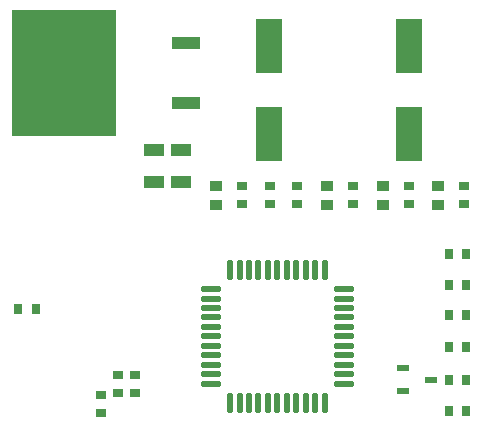
<source format=gtp>
%FSDAX24Y24*%
%MOIN*%
%SFA1B1*%

%IPPOS*%
%ADD10R,0.066900X0.043300*%
%ADD11R,0.035400X0.027600*%
%ADD12R,0.039400X0.037400*%
%ADD13O,0.021700X0.068900*%
%ADD14O,0.068900X0.021700*%
%ADD15R,0.027600X0.035400*%
%ADD16R,0.350400X0.419300*%
%ADD17R,0.094500X0.041300*%
%ADD18R,0.090600X0.179100*%
%ADD19R,0.039400X0.023600*%
%LNmetr4810_pcblayout-1*%
%LPD*%
G54D10*
X007675Y013547D03*
Y014610D03*
X006788Y013547D03*
Y014610D03*
G54D11*
X006150Y006505D03*
Y007095D03*
X005577D03*
Y006505D03*
X017122Y013399D03*
Y012809D03*
X015271Y013399D03*
Y012809D03*
X013419Y013399D03*
Y012809D03*
X005005Y006445D03*
Y005855D03*
X009717Y012809D03*
Y013399D03*
X010642D03*
Y012809D03*
X011568D03*
Y013399D03*
G54D12*
X016265Y013419D03*
Y012789D03*
X014414Y013419D03*
Y012789D03*
X012563Y013419D03*
Y012789D03*
X008860Y013419D03*
Y012789D03*
G54D13*
X009325Y010624D03*
X009640D03*
X009955D03*
X010270D03*
X010585D03*
X010900D03*
X011215D03*
X011530D03*
X011845D03*
X012160D03*
X012475D03*
Y006176D03*
X012160D03*
X011845D03*
X011530D03*
X011215D03*
X010900D03*
X010585D03*
X010270D03*
X009955D03*
X009640D03*
X009325D03*
G54D14*
X013124Y009975D03*
Y009660D03*
Y009345D03*
Y009030D03*
Y008715D03*
Y008400D03*
Y008085D03*
Y007770D03*
Y007455D03*
Y007140D03*
Y006825D03*
X008676D03*
Y007140D03*
Y007455D03*
Y007770D03*
Y008085D03*
Y008400D03*
Y008715D03*
Y009030D03*
Y009345D03*
Y009660D03*
Y009975D03*
G54D15*
X002845Y009311D03*
X002255D03*
X017202Y005900D03*
X016612D03*
X017202Y006950D03*
X016612D03*
X017202Y008050D03*
X016612D03*
X017202Y009100D03*
X016612D03*
X017202Y010100D03*
X016612D03*
X017202Y011150D03*
X016612D03*
G54D16*
X003789Y017190D03*
G54D17*
X007864Y018190D03*
Y016190D03*
G54D18*
X015282Y015133D03*
Y018086D03*
X010632Y015133D03*
Y018086D03*
G54D19*
X016010Y006955D03*
X015104Y006581D03*
Y007329D03*
M02*
</source>
